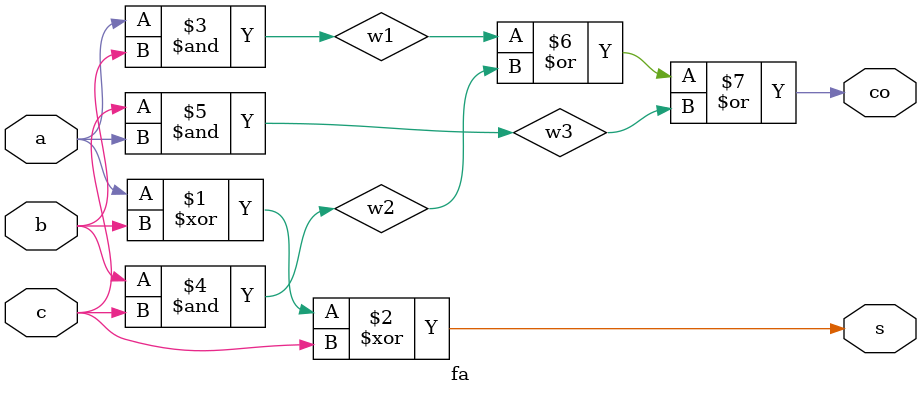
<source format=v>

module hybr(a,b,c,sum,carry,clk);
input [7:0] a,b,c;
input clk;
output [7:0]sum;
output carry;
wire [28:0]w;
wire [7:0]s;
wire cout;
reg [7:0]sum;
reg carry;
//stage_1
fa x1(a[0],b[0],c[0],s[0],w[0]);
fa x2(a[1],b[1],c[1],w[1],w[2]);
fa x3(a[2],b[2],c[2],w[3],w[4]);
fa x4(a[3],b[3],c[3],w[5],w[6]);
fa x5(a[4],b[4],c[4],w[7],w[8]);
fa x6(a[5],b[5],c[5],w[9],w[10]);
fa x7(a[6],b[6],c[6],w[11],w[12]);
fa x8(a[7],b[7],c[7],w[13],w[14]);
//stage_2
ha y1(w[0],w[1],s[1],w[15]);
fa y2(w[2],w[3],w[15],s[2],w[16]);
fa y3(w[4],w[5],w[16],s[3],w[17]);
//xor y4(w[18],w[17],w[6]);
ha y5(w[8],w[9],w[19],w[20]);
fa y6(w[10],w[11],w[20],w[21],w[22]);
fa y7(w[12],w[13],w[22],w[23],w[24]);
//stage_3
//ha y8(w[18],w[7],s[4],w[25]);
fa y8(w[17],w[6],w[7],s[4],w[25]);
ha y9(w[25],w[19],s[5],w[26]);
ha y10(w[26],w[21],s[6],w[27]);
ha y11(w[27],w[23],s[7],w[28]);
xor y12(cout,w[14],w[28],w[24]);
always @(posedge clk)
begin 
sum<=s;
carry<=cout;
end
endmodule
//ha
module ha(a,b,s,c);
input a,b;
output s,c;
xor z1(s,a,b);
and z2(c,a,b);
endmodule
//fa
module fa(a,b,c,s,co);
input a,b,c;
output  s,co;
wire w1,w2,w3;
xor x1(s,a,b,c);
and x2(w1,a,b);
and x3(w2,b,c);
and x4(w3,c,a);
or x5(co,w1,w2,w3);
endmodule

</source>
